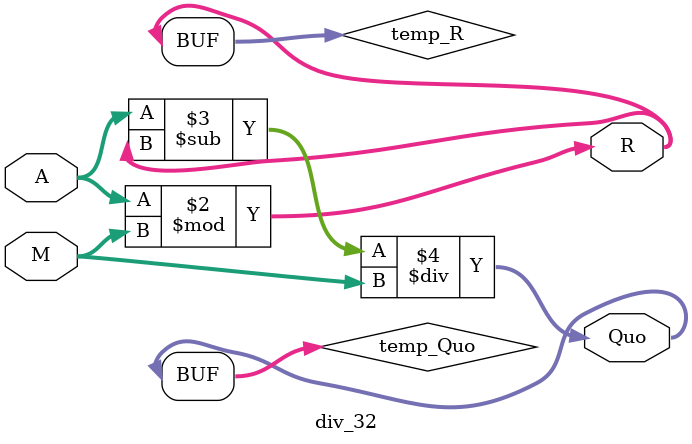
<source format=v>
module div_32(input [31:0] A, M, output reg [31:0] Quo, R);
	reg [31:0] temp_Quo, temp_R;
	always @ (*)
		begin 
			temp_R = A % M;
			temp_Quo = (A - temp_R) / M;
			begin
				Quo = temp_Quo;
				R = temp_R;
			end
		end
endmodule 

// this was an incorrect implementation, we had to use one of the division algorithms shown in class
</source>
